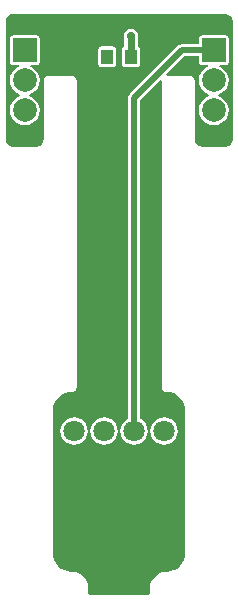
<source format=gbr>
%TF.GenerationSoftware,Altium Limited,Altium Designer,18.1.7 (191)*%
G04 Layer_Physical_Order=2*
G04 Layer_Color=16711680*
%FSLAX42Y42*%
%MOMM*%
%TF.FileFunction,Copper,L2,Bot,Signal*%
%TF.Part,Single*%
G01*
G75*
%TA.AperFunction,SMDPad,CuDef*%
%ADD11R,1.00X1.25*%
%TA.AperFunction,Conductor*%
%ADD13C,0.60*%
%TA.AperFunction,ComponentPad*%
%ADD15C,1.80*%
%ADD16C,2.00*%
%ADD17R,2.00X2.00*%
%TA.AperFunction,ViaPad*%
%ADD18C,0.70*%
%TA.AperFunction,Conductor*%
%ADD19C,0.50*%
G36*
X-900Y4962D02*
X887Y4961D01*
X900Y4961D01*
X912Y4959D01*
X924Y4957D01*
X944Y4944D01*
X957Y4924D01*
X961Y4902D01*
X961Y4900D01*
Y3900D01*
X961Y3898D01*
X957Y3876D01*
X944Y3856D01*
X924Y3843D01*
X902Y3839D01*
X900Y3839D01*
X700Y3839D01*
X700Y3839D01*
X700Y3839D01*
X688Y3841D01*
X676Y3843D01*
X656Y3856D01*
X643Y3876D01*
X639Y3898D01*
X639Y3900D01*
X639Y4050D01*
X639Y4400D01*
X636Y4415D01*
X627Y4427D01*
X615Y4436D01*
X600Y4439D01*
X404D01*
X399Y4452D01*
X550Y4603D01*
X674D01*
Y4554D01*
X676Y4544D01*
X682Y4536D01*
X690Y4530D01*
X700Y4528D01*
X748D01*
X751Y4515D01*
X737Y4510D01*
X711Y4489D01*
X690Y4463D01*
X678Y4433D01*
X674Y4400D01*
X678Y4367D01*
X690Y4337D01*
X711Y4311D01*
X737Y4290D01*
X762Y4280D01*
Y4266D01*
X737Y4256D01*
X711Y4235D01*
X690Y4209D01*
X678Y4179D01*
X674Y4146D01*
X678Y4113D01*
X690Y4083D01*
X711Y4057D01*
X737Y4036D01*
X767Y4024D01*
X800Y4020D01*
X833Y4024D01*
X863Y4036D01*
X889Y4057D01*
X910Y4083D01*
X922Y4113D01*
X926Y4146D01*
X922Y4179D01*
X910Y4209D01*
X889Y4235D01*
X863Y4256D01*
X838Y4266D01*
Y4280D01*
X863Y4290D01*
X889Y4311D01*
X910Y4337D01*
X922Y4367D01*
X926Y4400D01*
X922Y4433D01*
X910Y4463D01*
X889Y4489D01*
X863Y4510D01*
X849Y4515D01*
X852Y4528D01*
X900D01*
X910Y4530D01*
X918Y4536D01*
X924Y4544D01*
X926Y4554D01*
Y4754D01*
X924Y4764D01*
X918Y4772D01*
X910Y4778D01*
X900Y4780D01*
X700D01*
X690Y4778D01*
X682Y4772D01*
X676Y4764D01*
X674Y4754D01*
Y4705D01*
X529D01*
X509Y4701D01*
X493Y4690D01*
X91Y4288D01*
X80Y4272D01*
X76Y4252D01*
Y1534D01*
X69Y1531D01*
X45Y1512D01*
X26Y1488D01*
X15Y1460D01*
X11Y1430D01*
X15Y1400D01*
X26Y1372D01*
X45Y1348D01*
X69Y1329D01*
X97Y1318D01*
X127Y1314D01*
X157Y1318D01*
X185Y1329D01*
X209Y1348D01*
X228Y1372D01*
X239Y1400D01*
X243Y1430D01*
X239Y1460D01*
X228Y1488D01*
X209Y1512D01*
X185Y1531D01*
X178Y1534D01*
Y4231D01*
X347Y4399D01*
X360Y4394D01*
X361Y1800D01*
X363Y1793D01*
X364Y1785D01*
X364Y1785D01*
X364Y1785D01*
X368Y1779D01*
X373Y1773D01*
X373Y1773D01*
X373Y1773D01*
X379Y1768D01*
X385Y1764D01*
X385Y1764D01*
X385Y1764D01*
X393Y1763D01*
X400Y1761D01*
X412Y1760D01*
X431Y1758D01*
X462Y1749D01*
X490Y1734D01*
X514Y1714D01*
X534Y1690D01*
X549Y1662D01*
X558Y1631D01*
X561Y1601D01*
X561Y1600D01*
X561Y400D01*
X561Y399D01*
X558Y369D01*
X549Y338D01*
X534Y310D01*
X514Y286D01*
X490Y266D01*
X462Y251D01*
X431Y242D01*
X412Y240D01*
X400Y239D01*
Y239D01*
X364Y235D01*
X330Y221D01*
X302Y198D01*
X279Y170D01*
X265Y136D01*
X261Y100D01*
X261D01*
X261Y88D01*
X262Y57D01*
X256Y48D01*
X246Y41D01*
X244Y41D01*
X232Y39D01*
X239Y40D01*
X244Y41D01*
X244Y41D01*
X239Y40D01*
X232Y39D01*
X219Y39D01*
X218Y39D01*
X-218D01*
X-219Y39D01*
X-232Y39D01*
X-239Y40D01*
X-244Y41D01*
X-244Y41D01*
X-239Y40D01*
X-232Y39D01*
X-244Y41D01*
X-246Y41D01*
X-256Y48D01*
X-262Y57D01*
X-261Y88D01*
X-261Y100D01*
Y100D01*
X-261Y100D01*
X-265Y136D01*
X-279Y170D01*
X-302Y198D01*
X-330Y221D01*
X-364Y235D01*
X-388Y238D01*
X-400Y239D01*
X-412Y240D01*
X-431Y242D01*
X-462Y251D01*
X-490Y266D01*
X-514Y286D01*
X-534Y310D01*
X-549Y338D01*
X-558Y369D01*
X-561Y399D01*
X-561Y400D01*
Y1600D01*
X-561Y1601D01*
X-558Y1631D01*
X-549Y1662D01*
X-534Y1690D01*
X-514Y1714D01*
X-490Y1734D01*
X-462Y1749D01*
X-431Y1758D01*
X-412Y1760D01*
X-400Y1761D01*
X-393Y1763D01*
X-385Y1764D01*
X-385Y1764D01*
X-385Y1764D01*
X-379Y1768D01*
X-373Y1772D01*
X-373Y1773D01*
X-373Y1773D01*
X-368Y1779D01*
X-364Y1785D01*
X-364Y1785D01*
X-364Y1785D01*
X-363Y1793D01*
X-361Y1800D01*
X-358Y3952D01*
X-358Y3952D01*
X-358Y3952D01*
X-360Y4400D01*
X-362Y4408D01*
X-363Y4415D01*
X-363Y4415D01*
X-363Y4415D01*
X-368Y4421D01*
X-372Y4427D01*
X-372Y4428D01*
X-372Y4428D01*
X-378Y4432D01*
X-384Y4436D01*
X-384Y4436D01*
X-385Y4436D01*
X-392Y4437D01*
X-399Y4439D01*
X-600D01*
X-615Y4436D01*
X-627Y4427D01*
X-636Y4415D01*
X-639Y4400D01*
X-639Y4051D01*
X-639Y3914D01*
X-639Y3901D01*
X-641Y3889D01*
X-643Y3877D01*
X-656Y3857D01*
X-676Y3844D01*
X-688Y3841D01*
X-700Y3840D01*
Y3840D01*
X-900Y3840D01*
X-902Y3839D01*
X-924Y3844D01*
X-944Y3857D01*
X-957Y3877D01*
X-961Y3899D01*
X-961Y3901D01*
Y4901D01*
X-961Y4903D01*
X-957Y4925D01*
X-944Y4945D01*
X-924Y4958D01*
X-902Y4962D01*
X-900Y4962D01*
D02*
G37*
%LPC*%
G36*
X100Y4837D02*
X76Y4832D01*
X56Y4819D01*
X43Y4799D01*
X38Y4775D01*
X43Y4751D01*
X44Y4751D01*
Y4687D01*
X40Y4686D01*
X32Y4681D01*
X26Y4672D01*
X24Y4662D01*
Y4538D01*
X26Y4528D01*
X32Y4519D01*
X40Y4514D01*
X50Y4512D01*
X150D01*
X160Y4514D01*
X168Y4519D01*
X174Y4528D01*
X176Y4538D01*
Y4662D01*
X174Y4672D01*
X168Y4681D01*
X160Y4686D01*
X156Y4687D01*
Y4751D01*
X157Y4751D01*
X162Y4775D01*
X157Y4799D01*
X144Y4819D01*
X124Y4832D01*
X100Y4837D01*
D02*
G37*
G36*
X-50Y4688D02*
X-150D01*
X-160Y4686D01*
X-168Y4681D01*
X-174Y4672D01*
X-176Y4662D01*
Y4538D01*
X-174Y4528D01*
X-168Y4519D01*
X-160Y4514D01*
X-150Y4512D01*
X-50D01*
X-40Y4514D01*
X-32Y4519D01*
X-26Y4528D01*
X-24Y4538D01*
Y4662D01*
X-26Y4672D01*
X-32Y4681D01*
X-40Y4686D01*
X-50Y4688D01*
D02*
G37*
G36*
X-700Y4780D02*
X-900D01*
X-910Y4778D01*
X-918Y4772D01*
X-924Y4764D01*
X-926Y4754D01*
Y4554D01*
X-924Y4544D01*
X-918Y4536D01*
X-910Y4530D01*
X-900Y4528D01*
X-852D01*
X-849Y4515D01*
X-863Y4510D01*
X-889Y4489D01*
X-910Y4463D01*
X-922Y4433D01*
X-926Y4400D01*
X-922Y4367D01*
X-910Y4337D01*
X-889Y4311D01*
X-863Y4290D01*
X-838Y4280D01*
Y4266D01*
X-863Y4256D01*
X-889Y4235D01*
X-910Y4209D01*
X-922Y4179D01*
X-926Y4146D01*
X-922Y4113D01*
X-910Y4083D01*
X-889Y4057D01*
X-863Y4036D01*
X-833Y4024D01*
X-800Y4020D01*
X-767Y4024D01*
X-737Y4036D01*
X-711Y4057D01*
X-690Y4083D01*
X-678Y4113D01*
X-674Y4146D01*
X-678Y4179D01*
X-690Y4209D01*
X-711Y4235D01*
X-737Y4256D01*
X-762Y4266D01*
Y4280D01*
X-737Y4290D01*
X-711Y4311D01*
X-690Y4337D01*
X-678Y4367D01*
X-674Y4400D01*
X-678Y4433D01*
X-690Y4463D01*
X-711Y4489D01*
X-737Y4510D01*
X-751Y4515D01*
X-748Y4528D01*
X-700D01*
X-690Y4530D01*
X-682Y4536D01*
X-676Y4544D01*
X-674Y4554D01*
Y4754D01*
X-676Y4764D01*
X-682Y4772D01*
X-690Y4778D01*
X-700Y4780D01*
D02*
G37*
G36*
X381Y1546D02*
X351Y1542D01*
X323Y1531D01*
X299Y1512D01*
X280Y1488D01*
X269Y1460D01*
X265Y1430D01*
X269Y1400D01*
X280Y1372D01*
X299Y1348D01*
X323Y1329D01*
X351Y1318D01*
X381Y1314D01*
X411Y1318D01*
X439Y1329D01*
X463Y1348D01*
X482Y1372D01*
X493Y1400D01*
X497Y1430D01*
X493Y1460D01*
X482Y1488D01*
X463Y1512D01*
X439Y1531D01*
X411Y1542D01*
X381Y1546D01*
D02*
G37*
G36*
X-127D02*
X-157Y1542D01*
X-185Y1531D01*
X-209Y1512D01*
X-228Y1488D01*
X-239Y1460D01*
X-243Y1430D01*
X-239Y1400D01*
X-228Y1372D01*
X-209Y1348D01*
X-185Y1329D01*
X-157Y1318D01*
X-127Y1314D01*
X-97Y1318D01*
X-69Y1329D01*
X-45Y1348D01*
X-26Y1372D01*
X-15Y1400D01*
X-11Y1430D01*
X-15Y1460D01*
X-26Y1488D01*
X-45Y1512D01*
X-69Y1531D01*
X-97Y1542D01*
X-127Y1546D01*
D02*
G37*
G36*
X-381D02*
X-411Y1542D01*
X-439Y1531D01*
X-463Y1512D01*
X-482Y1488D01*
X-493Y1460D01*
X-497Y1430D01*
X-493Y1400D01*
X-482Y1372D01*
X-463Y1348D01*
X-439Y1329D01*
X-411Y1318D01*
X-381Y1314D01*
X-351Y1318D01*
X-323Y1329D01*
X-299Y1348D01*
X-280Y1372D01*
X-269Y1400D01*
X-265Y1430D01*
X-269Y1460D01*
X-280Y1488D01*
X-299Y1512D01*
X-323Y1531D01*
X-351Y1542D01*
X-381Y1546D01*
D02*
G37*
%LPD*%
D11*
X-100Y4600D02*
D03*
X100D02*
D03*
D13*
Y4775D01*
D15*
X127Y1430D02*
D03*
X-127D02*
D03*
X-381D02*
D03*
X381D02*
D03*
D16*
X-800Y4146D02*
D03*
Y4400D02*
D03*
X800Y4146D02*
D03*
Y4400D02*
D03*
D17*
X-800Y4654D02*
D03*
X800D02*
D03*
D18*
X100Y4775D02*
D03*
D19*
X529Y4654D02*
X800D01*
X127Y4252D02*
X529Y4654D01*
X127Y1430D02*
Y4252D01*
%TF.MD5,d9c64e5567804268033625c94984fccd*%
M02*

</source>
